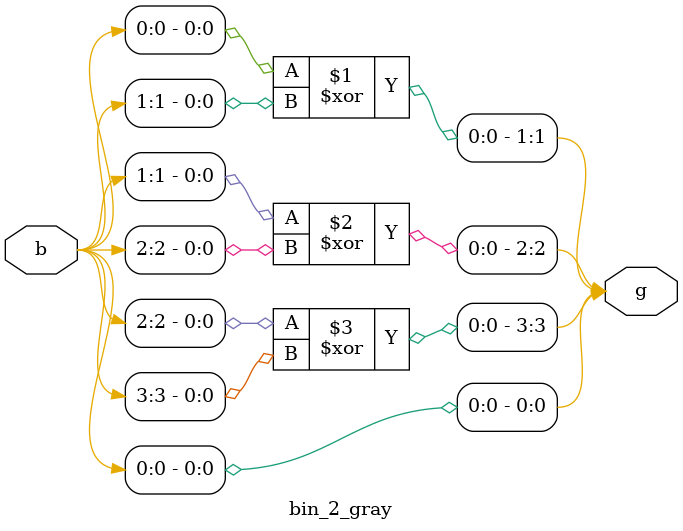
<source format=v>
`timescale 1ns / 1ps


module bin_2_gray(b,g);
    input [3:0]b;
    output [3:0]g;
    assign g[0]=b[0];
    assign g[1]=b[0]^b[1];
    assign g[2]=b[1]^b[2];
    assign g[3]=b[2]^b[3];
endmodule

</source>
